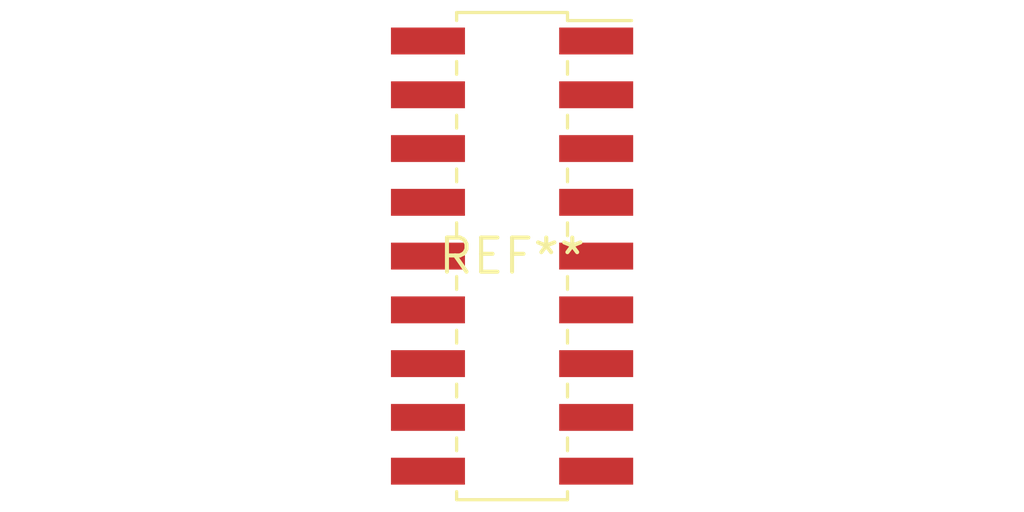
<source format=kicad_pcb>
(kicad_pcb (version 20240108) (generator pcbnew)
  (layers (0 "F.Cu" signal) (31 "B.Cu" signal) (34 "B.Paste" user) (35 "F.Paste" user) (36 "B.SilkS" user "B.Silkscreen") (37 "F.SilkS" user "F.Silkscreen") (38 "B.Mask" user) (39 "F.Mask" user) (44 "Edge.Cuts" user))
  (net 0 "")
  (footprint "PinSocket_2x09_P2.00mm_Vertical_SMD" (layer "F.Cu") (at 0 0)
    (property "Reference" "REF**")
    (property "Value" "PinSocket_2x09_P2.00mm_Vertical_SMD")
    (fp_line (start -2.06 -9.06) (end -2.06 -8.76) (layer "F.SilkS") (stroke (width 0.12)))
    (fp_line (start -2.06 -9.06) (end 2.06 -9.06) (layer "F.SilkS") (stroke (width 0.12)))
    (fp_line (start -2.06 -7.24) (end -2.06 -6.76) (layer "F.SilkS") (stroke (width 0.12)))
    (fp_line (start -2.06 -5.24) (end -2.06 -4.76) (layer "F.SilkS") (stroke (width 0.12)))
    (fp_line (start -2.06 -3.24) (end -2.06 -2.76) (layer "F.SilkS") (stroke (width 0.12)))
    (fp_line (start -2.06 -1.24) (end -2.06 -0.76) (layer "F.SilkS") (stroke (width 0.12)))
    (fp_line (start -2.06 0.76) (end -2.06 1.24) (layer "F.SilkS") (stroke (width 0.12)))
    (fp_line (start -2.06 2.76) (end -2.06 3.24) (layer "F.SilkS") (stroke (width 0.12)))
    (fp_line (start -2.06 4.76) (end -2.06 5.24) (layer "F.SilkS") (stroke (width 0.12)))
    (fp_line (start -2.06 6.76) (end -2.06 7.24) (layer "F.SilkS") (stroke (width 0.12)))
    (fp_line (start -2.06 8.76) (end -2.06 9.06) (layer "F.SilkS") (stroke (width 0.12)))
    (fp_line (start -2.06 9.06) (end 2.06 9.06) (layer "F.SilkS") (stroke (width 0.12)))
    (fp_line (start 2.06 -9.06) (end 2.06 -8.76) (layer "F.SilkS") (stroke (width 0.12)))
    (fp_line (start 2.06 -8.76) (end 4.44 -8.76) (layer "F.SilkS") (stroke (width 0.12)))
    (fp_line (start 2.06 -7.24) (end 2.06 -6.76) (layer "F.SilkS") (stroke (width 0.12)))
    (fp_line (start 2.06 -5.24) (end 2.06 -4.76) (layer "F.SilkS") (stroke (width 0.12)))
    (fp_line (start 2.06 -3.24) (end 2.06 -2.76) (layer "F.SilkS") (stroke (width 0.12)))
    (fp_line (start 2.06 -1.24) (end 2.06 -0.76) (layer "F.SilkS") (stroke (width 0.12)))
    (fp_line (start 2.06 0.76) (end 2.06 1.24) (layer "F.SilkS") (stroke (width 0.12)))
    (fp_line (start 2.06 2.76) (end 2.06 3.24) (layer "F.SilkS") (stroke (width 0.12)))
    (fp_line (start 2.06 4.76) (end 2.06 5.24) (layer "F.SilkS") (stroke (width 0.12)))
    (fp_line (start 2.06 6.76) (end 2.06 7.24) (layer "F.SilkS") (stroke (width 0.12)))
    (fp_line (start 2.06 8.76) (end 2.06 9.06) (layer "F.SilkS") (stroke (width 0.12)))
    (pad "1" smd rect (at 3.125 -8) (size 2.75 1) (layers "F.Cu" "F.Paste" "F.Mask"))
    (pad "2" smd rect (at -3.125 -8) (size 2.75 1) (layers "F.Cu" "F.Paste" "F.Mask"))
    (pad "3" smd rect (at 3.125 -6) (size 2.75 1) (layers "F.Cu" "F.Paste" "F.Mask"))
    (pad "4" smd rect (at -3.125 -6) (size 2.75 1) (layers "F.Cu" "F.Paste" "F.Mask"))
    (pad "5" smd rect (at 3.125 -4) (size 2.75 1) (layers "F.Cu" "F.Paste" "F.Mask"))
    (pad "6" smd rect (at -3.125 -4) (size 2.75 1) (layers "F.Cu" "F.Paste" "F.Mask"))
    (pad "7" smd rect (at 3.125 -2) (size 2.75 1) (layers "F.Cu" "F.Paste" "F.Mask"))
    (pad "8" smd rect (at -3.125 -2) (size 2.75 1) (layers "F.Cu" "F.Paste" "F.Mask"))
    (pad "9" smd rect (at 3.125 0) (size 2.75 1) (layers "F.Cu" "F.Paste" "F.Mask"))
    (pad "10" smd rect (at -3.125 0) (size 2.75 1) (layers "F.Cu" "F.Paste" "F.Mask"))
    (pad "11" smd rect (at 3.125 2) (size 2.75 1) (layers "F.Cu" "F.Paste" "F.Mask"))
    (pad "12" smd rect (at -3.125 2) (size 2.75 1) (layers "F.Cu" "F.Paste" "F.Mask"))
    (pad "13" smd rect (at 3.125 4) (size 2.75 1) (layers "F.Cu" "F.Paste" "F.Mask"))
    (pad "14" smd rect (at -3.125 4) (size 2.75 1) (layers "F.Cu" "F.Paste" "F.Mask"))
    (pad "15" smd rect (at 3.125 6) (size 2.75 1) (layers "F.Cu" "F.Paste" "F.Mask"))
    (pad "16" smd rect (at -3.125 6) (size 2.75 1) (layers "F.Cu" "F.Paste" "F.Mask"))
    (pad "17" smd rect (at 3.125 8) (size 2.75 1) (layers "F.Cu" "F.Paste" "F.Mask"))
    (pad "18" smd rect (at -3.125 8) (size 2.75 1) (layers "F.Cu" "F.Paste" "F.Mask"))
  )
)
</source>
